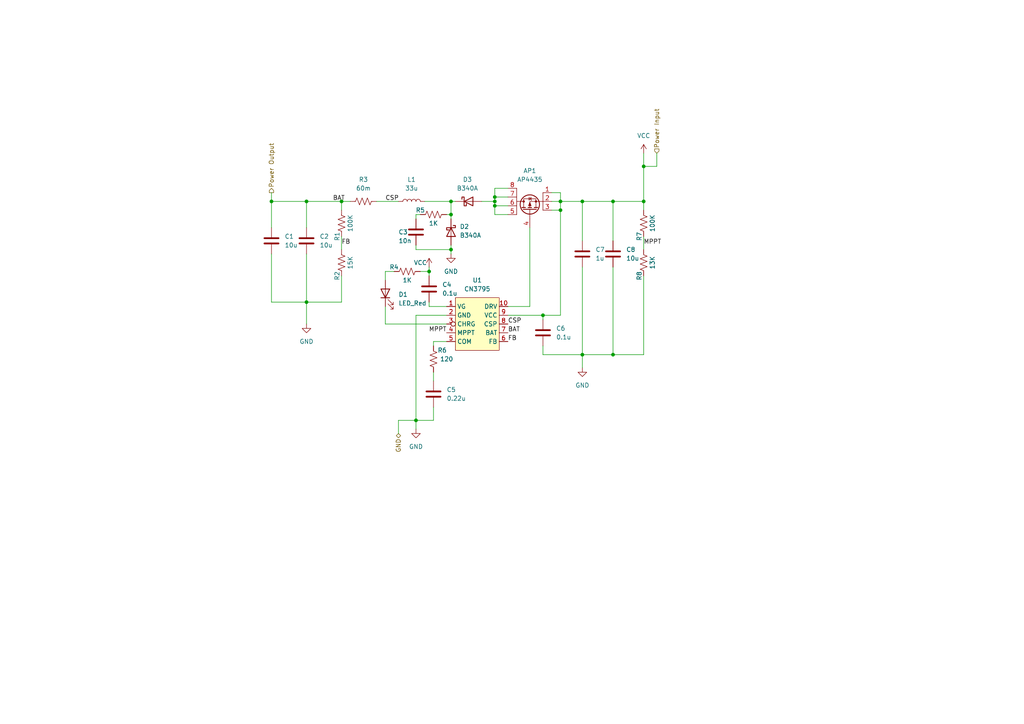
<source format=kicad_sch>
(kicad_sch (version 20211123) (generator eeschema)
  (paper "A4")
  (lib_symbols
    (symbol "1_Resouce:AP4435" (pin_names (offset 0) hide)
      (property "Reference" "AP4435" (at 5.08 1.27 0))
      (property "Value" "AP4435" (at 5.08 -1.27 0))
      (symbol "AP4435_0_1"
        (polyline (pts (xy -1.27 3.81) (xy 6.35 3.81)))
        (polyline (pts (xy 0 -3.81) (xy 5.08 -3.81)))
        (polyline (pts (xy 0.254 0) (xy -2.54 0)))
        (polyline (pts (xy 0.254 1.905) (xy 0.254 -1.905)) (stroke (width 0.254)))
        (polyline (pts (xy 0.762 -1.27) (xy 0.762 -2.286)) (stroke (width 0.254)))
        (polyline (pts (xy 0.762 0.508) (xy 0.762 -0.508)) (stroke (width 0.254)))
        (polyline (pts (xy 0.762 2.286) (xy 0.762 1.27)) (stroke (width 0.254)))
        (polyline (pts (xy 2.54 -2.54) (xy 2.54 -3.81)))
        (polyline (pts (xy 2.54 2.54) (xy 2.54 1.778)))
        (polyline (pts (xy 2.54 3.81) (xy 2.54 2.54)))
        (polyline (pts (xy 2.54 -2.54) (xy 2.54 0) (xy 0.762 0)))
        (polyline (pts (xy 0.762 1.778) (xy 3.302 1.778) (xy 3.302 -1.778) (xy 0.762 -1.778)))
        (polyline (pts (xy 2.286 0) (xy 1.27 0.381) (xy 1.27 -0.381) (xy 2.286 0)) (fill (type outline)))
        (polyline (pts (xy 2.794 -0.508) (xy 2.921 -0.381) (xy 3.683 -0.381) (xy 3.81 -0.254)))
        (polyline (pts (xy 3.302 -0.381) (xy 2.921 0.254) (xy 3.683 0.254) (xy 3.302 -0.381)))
        (circle (center 1.651 0) (radius 2.794) (stroke (width 0.254)))
        (circle (center 2.54 -1.778) (radius 0.254) (fill (type outline)))
        (circle (center 2.54 1.778) (radius 0.254) (fill (type outline)))
      )
      (symbol "AP4435_1_1"
        (pin passive line (at 5.08 -6.35 90) (length 2.54) (name "S") (number "1"))
        (pin passive line (at 2.54 -6.35 90) (length 2.54) (name "S") (number "2"))
        (pin passive line (at 0 -6.35 90) (length 2.54) (name "f") (number "3"))
        (pin input line (at -5.08 0 0) (length 2.54) (name "G") (number "4"))
        (pin passive line (at -1.27 6.35 270) (length 2.54) (name "D") (number "5"))
        (pin passive line (at 1.27 6.35 270) (length 2.54) (name "D") (number "6"))
        (pin passive line (at 3.81 6.35 270) (length 2.54) (name "D") (number "7"))
        (pin passive line (at 6.35 6.35 270) (length 2.54) (name "D") (number "8"))
      )
    )
    (symbol "1_Resouce:CN3795"
      (property "Reference" "U" (at 0 0 0))
      (property "Value" "CN3795" (at 0 8.89 0))
      (symbol "CN3795_0_1"
        (rectangle (start -6.35 6.35) (end 6.35 -8.89) (fill (type background)))
      )
      (symbol "CN3795_1_1"
        (pin input line (at -8.89 3.81 0) (length 2.54) (name "VG") (number "1"))
        (pin output line (at 8.89 3.81 180) (length 2.54) (name "DRV") (number "10"))
        (pin power_in line (at -8.89 1.27 0) (length 2.54) (name "GND") (number "2"))
        (pin output inverted (at -8.89 -1.27 0) (length 2.54) (name "CHRG") (number "3"))
        (pin output line (at -8.89 -3.81 0) (length 2.54) (name "MPPT") (number "4"))
        (pin input line (at -8.89 -6.35 0) (length 2.54) (name "COM") (number "5"))
        (pin input line (at 8.89 -6.35 180) (length 2.54) (name "FB") (number "6"))
        (pin power_out line (at 8.89 -3.81 180) (length 2.54) (name "BAT") (number "7"))
        (pin input line (at 8.89 -1.27 180) (length 2.54) (name "CSP") (number "8"))
        (pin power_in line (at 8.89 1.27 180) (length 2.54) (name "VCC") (number "9"))
      )
    )
    (symbol "Device:C" (pin_numbers hide) (pin_names (offset 0.254))
      (property "Reference" "C" (at 0.635 2.54 0))
      (property "Value" "C" (at 0.635 -2.54 0))
      (symbol "C_0_1"
        (polyline (pts (xy -2.032 -0.762) (xy 2.032 -0.762)) (stroke (width 0.508)))
        (polyline (pts (xy -2.032 0.762) (xy 2.032 0.762)) (stroke (width 0.508)))
      )
      (symbol "C_1_1"
        (pin passive line (at 0 3.81 270) (length 2.794) (name "~") (number "1"))
        (pin passive line (at 0 -3.81 90) (length 2.794) (name "~") (number "2"))
      )
    )
    (symbol "Device:D_Schottky" (pin_numbers hide) (pin_names (offset 1.016) hide)
      (property "Reference" "D" (at 0 2.54 0))
      (property "Value" "D_Schottky" (at 0 -2.54 0))
      (symbol "D_Schottky_0_1"
        (polyline (pts (xy 1.27 0) (xy -1.27 0)))
        (polyline (pts (xy 1.27 1.27) (xy 1.27 -1.27) (xy -1.27 0) (xy 1.27 1.27)) (stroke (width 0.254)))
        (polyline (pts (xy -1.905 0.635) (xy -1.905 1.27) (xy -1.27 1.27) (xy -1.27 -1.27) (xy -0.635 -1.27) (xy -0.635 -0.635)) (stroke (width 0.254)))
      )
      (symbol "D_Schottky_1_1"
        (pin passive line (at -3.81 0 0) (length 2.54) (name "K") (number "1"))
        (pin passive line (at 3.81 0 180) (length 2.54) (name "A") (number "2"))
      )
    )
    (symbol "Device:L" (pin_numbers hide) (pin_names (offset 1.016) hide)
      (property "Reference" "L" (at -1.27 0 90))
      (property "Value" "L" (at 1.905 0 90))
      (symbol "L_0_1"
        (arc (start 0 -2.54) (mid 0.635 -1.905) (end 0 -1.27))
        (arc (start 0 -1.27) (mid 0.635 -0.635) (end 0 0))
        (arc (start 0 0) (mid 0.635 0.635) (end 0 1.27))
        (arc (start 0 1.27) (mid 0.635 1.905) (end 0 2.54))
      )
      (symbol "L_1_1"
        (pin passive line (at 0 3.81 270) (length 1.27) (name "1") (number "1"))
        (pin passive line (at 0 -3.81 90) (length 1.27) (name "2") (number "2"))
      )
    )
    (symbol "Device:LED" (pin_numbers hide) (pin_names (offset 1.016) hide)
      (property "Reference" "D" (at 0 2.54 0))
      (property "Value" "LED" (at 0 -2.54 0))
      (symbol "LED_0_1"
        (polyline (pts (xy -1.27 -1.27) (xy -1.27 1.27)) (stroke (width 0.254)))
        (polyline (pts (xy -1.27 0) (xy 1.27 0)))
        (polyline (pts (xy 1.27 -1.27) (xy 1.27 1.27) (xy -1.27 0) (xy 1.27 -1.27)) (stroke (width 0.254)))
        (polyline (pts (xy -3.048 -0.762) (xy -4.572 -2.286) (xy -3.81 -2.286) (xy -4.572 -2.286) (xy -4.572 -1.524)))
        (polyline (pts (xy -1.778 -0.762) (xy -3.302 -2.286) (xy -2.54 -2.286) (xy -3.302 -2.286) (xy -3.302 -1.524)))
      )
      (symbol "LED_1_1"
        (pin passive line (at -3.81 0 0) (length 2.54) (name "K") (number "1"))
        (pin passive line (at 3.81 0 180) (length 2.54) (name "A") (number "2"))
      )
    )
    (symbol "Device:R_US" (pin_numbers hide) (pin_names (offset 0))
      (property "Reference" "R" (at 2.54 0 90))
      (property "Value" "R_US" (at -2.54 0 90))
      (symbol "R_US_0_1"
        (polyline (pts (xy 0 -2.286) (xy 0 -2.54)))
        (polyline (pts (xy 0 2.286) (xy 0 2.54)))
        (polyline (pts (xy 0 -0.762) (xy 1.016 -1.143) (xy 0 -1.524) (xy -1.016 -1.905) (xy 0 -2.286)))
        (polyline (pts (xy 0 0.762) (xy 1.016 0.381) (xy 0 0) (xy -1.016 -0.381) (xy 0 -0.762)))
        (polyline (pts (xy 0 2.286) (xy 1.016 1.905) (xy 0 1.524) (xy -1.016 1.143) (xy 0 0.762)))
      )
      (symbol "R_US_1_1"
        (pin passive line (at 0 3.81 270) (length 1.27) (name "~") (number "1"))
        (pin passive line (at 0 -3.81 90) (length 1.27) (name "~") (number "2"))
      )
    )
    (symbol "power:GND" (power) (pin_names (offset 0))
      (property "Value" "GND" (at 0 -3.81 0))
      (symbol "GND_0_1"
        (polyline (pts (xy 0 0) (xy 0 -1.27) (xy 1.27 -1.27) (xy 0 -2.54) (xy -1.27 -1.27) (xy 0 -1.27)))
      )
      (symbol "GND_1_1"
        (pin power_in line (at 0 0 270) (length 0) hide (name "GND") (number "1"))
      )
    )
    (symbol "power:VCC" (power) (pin_names (offset 0))
      (property "Value" "VCC" (at 0 3.81 0))
      (symbol "VCC_0_1"
        (polyline (pts (xy -0.762 1.27) (xy 0 2.54)))
        (polyline (pts (xy 0 0) (xy 0 2.54)))
        (polyline (pts (xy 0 2.54) (xy 0.762 1.27)))
      )
      (symbol "VCC_1_1"
        (pin power_in line (at 0 0 90) (length 0) hide (name "VCC") (number "1"))
      )
    )
  )
  (junction (at 186.69 48.26))
  (junction (at 168.91 58.42))
  (junction (at 143.51 57.15))
  (junction (at 177.8 58.42))
  (junction (at 157.48 91.44))
  (junction (at 130.81 62.23))
  (junction (at 78.74 58.42))
  (junction (at 88.9 58.42))
  (junction (at 143.51 58.42))
  (junction (at 99.06 58.42))
  (junction (at 168.91 102.87))
  (junction (at 130.81 58.42))
  (junction (at 186.69 58.42))
  (junction (at 143.51 59.69))
  (junction (at 162.56 58.42))
  (junction (at 88.9 87.63))
  (junction (at 130.81 72.39))
  (junction (at 162.56 60.96))
  (junction (at 177.8 102.87))
  (junction (at 120.65 121.92))
  (junction (at 124.46 78.74))
  (wire (pts (xy 153.67 88.9) (xy 147.32 88.9)))
  (wire (pts (xy 88.9 87.63) (xy 88.9 73.66)))
  (wire (pts (xy 88.9 87.63) (xy 88.9 93.98)))
  (wire (pts (xy 186.69 44.45) (xy 186.69 48.26)))
  (wire (pts (xy 120.65 91.44) (xy 120.65 121.92)))
  (wire (pts (xy 124.46 77.47) (xy 124.46 78.74)))
  (wire (pts (xy 168.91 58.42) (xy 168.91 69.85)))
  (wire (pts (xy 109.22 58.42) (xy 115.57 58.42)))
  (wire (pts (xy 143.51 58.42) (xy 143.51 57.15)))
  (wire (pts (xy 177.8 102.87) (xy 186.69 102.87)))
  (wire (pts (xy 99.06 58.42) (xy 101.6 58.42)))
  (wire (pts (xy 125.73 107.95) (xy 125.73 110.49)))
  (wire (pts (xy 130.81 58.42) (xy 132.08 58.42)))
  (wire (pts (xy 111.76 78.74) (xy 111.76 81.28)))
  (wire (pts (xy 177.8 102.87) (xy 168.91 102.87)))
  (wire (pts (xy 130.81 58.42) (xy 130.81 62.23)))
  (wire (pts (xy 111.76 88.9) (xy 111.76 93.98)))
  (wire (pts (xy 78.74 87.63) (xy 88.9 87.63)))
  (wire (pts (xy 177.8 58.42) (xy 186.69 58.42)))
  (wire (pts (xy 143.51 57.15) (xy 143.51 54.61)))
  (wire (pts (xy 123.19 58.42) (xy 130.81 58.42)))
  (wire (pts (xy 125.73 121.92) (xy 120.65 121.92)))
  (wire (pts (xy 162.56 55.88) (xy 162.56 58.42)))
  (wire (pts (xy 143.51 57.15) (xy 147.32 57.15)))
  (wire (pts (xy 162.56 58.42) (xy 162.56 60.96)))
  (wire (pts (xy 99.06 80.01) (xy 99.06 87.63)))
  (wire (pts (xy 130.81 62.23) (xy 130.81 63.5)))
  (wire (pts (xy 124.46 87.63) (xy 124.46 88.9)))
  (wire (pts (xy 160.02 60.96) (xy 162.56 60.96)))
  (wire (pts (xy 162.56 58.42) (xy 168.91 58.42)))
  (wire (pts (xy 160.02 58.42) (xy 162.56 58.42)))
  (wire (pts (xy 99.06 87.63) (xy 88.9 87.63)))
  (wire (pts (xy 147.32 62.23) (xy 143.51 62.23)))
  (wire (pts (xy 139.7 58.42) (xy 143.51 58.42)))
  (wire (pts (xy 162.56 91.44) (xy 157.48 91.44)))
  (wire (pts (xy 157.48 91.44) (xy 157.48 92.71)))
  (wire (pts (xy 190.5 48.26) (xy 186.69 48.26)))
  (wire (pts (xy 130.81 72.39) (xy 130.81 73.66)))
  (wire (pts (xy 120.65 62.23) (xy 121.92 62.23)))
  (wire (pts (xy 186.69 58.42) (xy 186.69 60.96)))
  (wire (pts (xy 168.91 58.42) (xy 177.8 58.42)))
  (wire (pts (xy 88.9 58.42) (xy 88.9 66.04)))
  (wire (pts (xy 120.65 72.39) (xy 130.81 72.39)))
  (wire (pts (xy 111.76 93.98) (xy 129.54 93.98)))
  (wire (pts (xy 143.51 59.69) (xy 143.51 58.42)))
  (wire (pts (xy 78.74 66.04) (xy 78.74 58.42)))
  (wire (pts (xy 168.91 102.87) (xy 168.91 106.68)))
  (wire (pts (xy 120.65 63.5) (xy 120.65 62.23)))
  (wire (pts (xy 115.57 125.73) (xy 115.57 121.92)))
  (wire (pts (xy 162.56 60.96) (xy 162.56 91.44)))
  (wire (pts (xy 147.32 59.69) (xy 143.51 59.69)))
  (wire (pts (xy 78.74 55.88) (xy 78.74 58.42)))
  (wire (pts (xy 99.06 58.42) (xy 99.06 60.96)))
  (wire (pts (xy 157.48 102.87) (xy 168.91 102.87)))
  (wire (pts (xy 129.54 62.23) (xy 130.81 62.23)))
  (wire (pts (xy 129.54 91.44) (xy 120.65 91.44)))
  (wire (pts (xy 143.51 54.61) (xy 147.32 54.61)))
  (wire (pts (xy 88.9 58.42) (xy 99.06 58.42)))
  (wire (pts (xy 115.57 121.92) (xy 120.65 121.92)))
  (wire (pts (xy 125.73 100.33) (xy 125.73 99.06)))
  (wire (pts (xy 168.91 77.47) (xy 168.91 102.87)))
  (wire (pts (xy 153.67 66.04) (xy 153.67 88.9)))
  (wire (pts (xy 157.48 100.33) (xy 157.48 102.87)))
  (wire (pts (xy 125.73 118.11) (xy 125.73 121.92)))
  (wire (pts (xy 120.65 121.92) (xy 120.65 124.46)))
  (wire (pts (xy 124.46 78.74) (xy 124.46 80.01)))
  (wire (pts (xy 186.69 48.26) (xy 186.69 58.42)))
  (wire (pts (xy 99.06 68.58) (xy 99.06 72.39)))
  (wire (pts (xy 111.76 78.74) (xy 114.3 78.74)))
  (wire (pts (xy 177.8 58.42) (xy 177.8 69.85)))
  (wire (pts (xy 120.65 71.12) (xy 120.65 72.39)))
  (wire (pts (xy 124.46 88.9) (xy 129.54 88.9)))
  (wire (pts (xy 186.69 68.58) (xy 186.69 72.39)))
  (wire (pts (xy 177.8 77.47) (xy 177.8 102.87)))
  (wire (pts (xy 147.32 91.44) (xy 157.48 91.44)))
  (wire (pts (xy 78.74 58.42) (xy 88.9 58.42)))
  (wire (pts (xy 121.92 78.74) (xy 124.46 78.74)))
  (wire (pts (xy 125.73 99.06) (xy 129.54 99.06)))
  (wire (pts (xy 78.74 73.66) (xy 78.74 87.63)))
  (wire (pts (xy 130.81 71.12) (xy 130.81 72.39)))
  (wire (pts (xy 186.69 80.01) (xy 186.69 102.87)))
  (wire (pts (xy 143.51 62.23) (xy 143.51 59.69)))
  (wire (pts (xy 160.02 55.88) (xy 162.56 55.88)))
  (wire (pts (xy 190.5 44.45) (xy 190.5 48.26)))
  (label "FB" (at 99.06 71.12 0))
  (label "BAT" (at 147.32 96.52 0))
  (label "CSP" (at 111.76 58.42 0))
  (label "MPPT" (at 129.54 96.52 180))
  (label "FB" (at 147.32 99.06 0))
  (label "BAT" (at 96.52 58.42 0))
  (label "MPPT" (at 186.69 71.12 0))
  (label "CSP" (at 147.32 93.98 0))
  (hierarchical_label "Power Output" (shape output) (at 78.74 55.88 90))
  (hierarchical_label "Power Input" (shape input) (at 190.5 44.45 90))
  (hierarchical_label "GND" (shape bidirectional) (at 115.57 125.73 270))
  (symbol (lib_id "Device:R_US") (at 125.73 62.23 90) (unit 1)
    (property "Reference" "R5" (at 121.92 60.96 90))
    (property "Value" "1K" (at 125.73 64.77 90))
    (property "Footprint" "Resistor_SMD:R_0805_2012Metric" (effects hide))
  )
  (symbol (lib_id "Device:C") (at 78.74 69.85 0) (unit 1)
    (property "Reference" "C1" (at 82.55 68.5799 0) (effects (justify left)))
    (property "Value" "10u" (at 82.55 71.1199 0) (effects (justify left)))
    (property "Footprint" "Capacitor_SMD:C_1206_3216Metric" (effects hide))
  )
  (symbol (lib_id "power:GND") (at 130.81 73.66 0) (unit 1)
    (property "Reference" "#PWR04" (effects hide))
    (property "Value" "GND" (at 130.81 78.74 0))
  )
  (symbol (lib_id "Device:C") (at 157.48 96.52 0) (unit 1)
    (property "Reference" "C6" (at 161.29 95.2499 0) (effects (justify left)))
    (property "Value" "0.1u" (at 161.29 97.7899 0) (effects (justify left)))
    (property "Footprint" "Capacitor_SMD:C_0805_2012Metric" (effects hide))
  )
  (symbol (lib_id "Device:R_US") (at 186.69 76.2 180) (unit 1)
    (property "Reference" "R8" (at 185.42 80.01 90))
    (property "Value" "13K" (at 189.23 76.2 90))
    (property "Footprint" "Resistor_SMD:R_0805_2012Metric" (effects hide))
  )
  (symbol (lib_id "power:GND") (at 88.9 93.98 0) (unit 1)
    (property "Reference" "#PWR01" (effects hide))
    (property "Value" "GND" (at 88.9 99.06 0))
  )
  (symbol (lib_id "power:GND") (at 168.91 106.68 0) (unit 1)
    (property "Reference" "#PWR05" (effects hide))
    (property "Value" "GND" (at 168.91 111.76 0))
  )
  (symbol (lib_id "Device:LED") (at 111.76 85.09 90) (unit 1)
    (property "Reference" "D1" (at 115.57 85.4074 90) (effects (justify right)))
    (property "Value" "LED_Red" (at 115.57 87.9474 90) (effects (justify right)))
    (property "Footprint" "LED_SMD:LED_0805_2012Metric" (effects hide))
  )
  (symbol (lib_id "power:VCC") (at 124.46 77.47 0) (unit 1)
    (property "Reference" "#PWR03" (effects hide))
    (property "Value" "VCC" (at 121.92 76.2 0))
  )
  (symbol (lib_id "Device:C") (at 124.46 83.82 0) (unit 1)
    (property "Reference" "C4" (at 128.27 82.5499 0) (effects (justify left)))
    (property "Value" "0.1u" (at 128.27 85.0899 0) (effects (justify left)))
    (property "Footprint" "Capacitor_SMD:C_0805_2012Metric" (effects hide))
  )
  (symbol (lib_id "Device:C") (at 177.8 73.66 0) (unit 1)
    (property "Reference" "C8" (at 181.61 72.3899 0) (effects (justify left)))
    (property "Value" "10u" (at 181.61 74.9299 0) (effects (justify left)))
    (property "Footprint" "Capacitor_SMD:C_1206_3216Metric" (effects hide))
  )
  (symbol (lib_id "Device:D_Schottky") (at 135.89 58.42 0) (unit 1)
    (property "Reference" "D3" (at 135.5725 52.07 0))
    (property "Value" "B340A" (at 135.5725 54.61 0))
    (property "Footprint" "Diode_SMD:D_SMA" (effects hide))
  )
  (symbol (lib_id "Device:C") (at 168.91 73.66 0) (unit 1)
    (property "Reference" "C7" (at 172.72 72.3899 0) (effects (justify left)))
    (property "Value" "1u" (at 172.72 74.9299 0) (effects (justify left)))
    (property "Footprint" "Capacitor_SMD:C_0805_2012Metric" (effects hide))
  )
  (symbol (lib_id "Device:R_US") (at 99.06 76.2 180) (unit 1)
    (property "Reference" "R2" (at 97.79 80.01 90))
    (property "Value" "15K" (at 101.6 76.2 90))
    (property "Footprint" "Resistor_SMD:R_0805_2012Metric" (effects hide))
  )
  (symbol (lib_id "Device:R_US") (at 186.69 64.77 180) (unit 1)
    (property "Reference" "R7" (at 185.42 68.58 90))
    (property "Value" "100K" (at 189.23 64.77 90))
    (property "Footprint" "Resistor_SMD:R_0805_2012Metric" (effects hide))
  )
  (symbol (lib_id "Device:R_US") (at 118.11 78.74 90) (unit 1)
    (property "Reference" "R4" (at 114.3 77.47 90))
    (property "Value" "1K" (at 118.11 81.28 90))
    (property "Footprint" "Resistor_SMD:R_0805_2012Metric" (effects hide))
  )
  (symbol (lib_id "power:VCC") (at 186.69 44.45 0) (unit 1)
    (property "Reference" "#PWR06" (effects hide))
    (property "Value" "VCC" (at 186.69 39.37 0))
  )
  (symbol (lib_id "Device:D_Schottky") (at 130.81 67.31 270) (unit 1)
    (property "Reference" "D2" (at 133.35 65.7224 90) (effects (justify left)))
    (property "Value" "B340A" (at 133.35 68.2624 90) (effects (justify left)))
    (property "Footprint" "Diode_SMD:D_SMA" (effects hide))
  )
  (symbol (lib_id "Device:R_US") (at 99.06 64.77 180) (unit 1)
    (property "Reference" "R1" (at 97.79 68.58 90))
    (property "Value" "100K" (at 101.6 64.77 90))
    (property "Footprint" "Resistor_SMD:R_0805_2012Metric" (effects hide))
  )
  (symbol (lib_id "1_Resouce:AP4435") (at 153.67 60.96 90) (unit 1)
    (property "Reference" "AP1" (at 153.67 49.53 90))
    (property "Value" "AP4435" (at 153.67 52.07 90))
    (property "Footprint" "Package_SO:PowerIntegrations_SO-8" (effects hide))
    (property "Datasheet" "https://datasheet.lcsc.com/lcsc/1912111437_ALLPOWER-ShenZhen-Quan-Li-Semiconductor-AP4435_C353082.pdf" (effects hide))
  )
  (symbol (lib_id "1_Resouce:CN3795") (at 138.43 92.71 0) (unit 1)
    (property "Reference" "U1" (at 138.43 81.28 0))
    (property "Value" "CN3795" (at 138.43 83.82 0))
    (property "Footprint" "Package_SO:SSOP-10_3.9x4.9mm_P1.00mm" (effects hide))
    (property "Datasheet" "https://datasheet.lcsc.com/lcsc/1810010417_ShangHai-Consonance-Elec-CN3795_C150555.pdf" (effects hide))
  )
  (symbol (lib_id "Device:R_US") (at 105.41 58.42 90) (unit 1)
    (property "Reference" "R3" (at 105.41 52.07 90))
    (property "Value" "60m" (at 105.41 54.61 90))
    (property "Footprint" "Resistor_SMD:R_2512_6332Metric" (effects hide))
  )
  (symbol (lib_id "Device:L") (at 119.38 58.42 90) (unit 1)
    (property "Reference" "L1" (at 119.38 52.07 90))
    (property "Value" "33u" (at 119.38 54.61 90))
    (property "Footprint" "Inductor_SMD:L_10.4x10.4_H4.8" (effects hide))
  )
  (symbol (lib_id "Device:R_US") (at 125.73 104.14 180) (unit 1)
    (property "Reference" "R6" (at 128.27 101.6 0))
    (property "Value" "120" (at 129.54 104.14 0))
    (property "Footprint" "Resistor_SMD:R_0805_2012Metric" (effects hide))
  )
  (symbol (lib_id "Device:C") (at 120.65 67.31 0) (unit 1)
    (property "Reference" "C3" (at 115.57 67.31 0) (effects (justify left)))
    (property "Value" "10n" (at 115.57 69.85 0) (effects (justify left)))
    (property "Footprint" "Capacitor_SMD:C_0805_2012Metric" (effects hide))
  )
  (symbol (lib_id "Device:C") (at 125.73 114.3 180) (unit 1)
    (property "Reference" "C5" (at 129.54 113.0299 0) (effects (justify right)))
    (property "Value" "0.22u" (at 129.54 115.5699 0) (effects (justify right)))
    (property "Footprint" "Capacitor_SMD:C_0805_2012Metric" (effects hide))
  )
  (symbol (lib_id "power:GND") (at 120.65 124.46 0) (unit 1)
    (property "Reference" "#PWR02" (effects hide))
    (property "Value" "GND" (at 120.65 129.54 0))
  )
  (symbol (lib_id "Device:C") (at 88.9 69.85 0) (unit 1)
    (property "Reference" "C2" (at 92.71 68.5799 0) (effects (justify left)))
    (property "Value" "10u" (at 92.71 71.1199 0) (effects (justify left)))
    (property "Footprint" "Capacitor_SMD:C_1206_3216Metric" (effects hide))
  )
)
</source>
